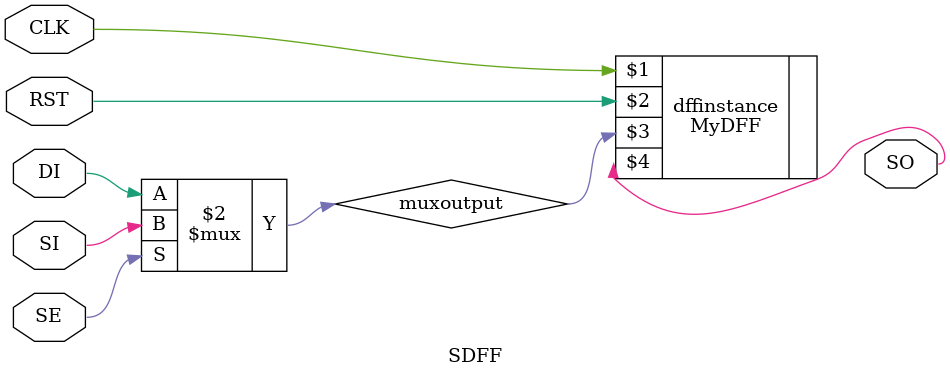
<source format=v>
`timescale 1ns/1ps	

module SDFF(CLK, RST, DI, SI, SE, SO);
  input CLK, RST,DI, SI, SE;
  output SO;
  wire CLK,RST,SE,DI,SI;
  wire muxoutput;
    
  assign muxoutput=(SE==1)?SI:DI;
  
  MyDFF dffinstance(CLK, RST,muxoutput, SO); //CLK, D, Q
  

endmodule
</source>
